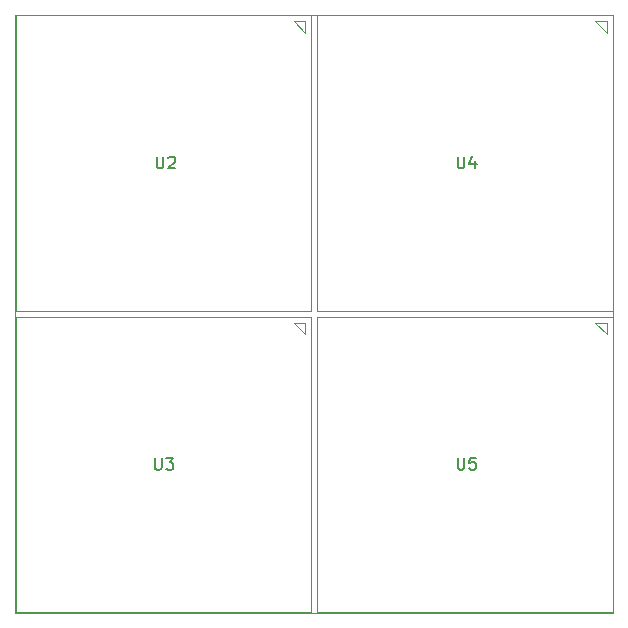
<source format=gbr>
%TF.GenerationSoftware,KiCad,Pcbnew,5.1.9-73d0e3b20d~88~ubuntu20.04.1*%
%TF.CreationDate,2021-02-23T08:17:13-05:00*%
%TF.ProjectId,SiPM_Board,5369504d-5f42-46f6-9172-642e6b696361,rev?*%
%TF.SameCoordinates,Original*%
%TF.FileFunction,Legend,Top*%
%TF.FilePolarity,Positive*%
%FSLAX46Y46*%
G04 Gerber Fmt 4.6, Leading zero omitted, Abs format (unit mm)*
G04 Created by KiCad (PCBNEW 5.1.9-73d0e3b20d~88~ubuntu20.04.1) date 2021-02-23 08:17:13*
%MOMM*%
%LPD*%
G01*
G04 APERTURE LIST*
%TA.AperFunction,Profile*%
%ADD10C,0.050000*%
%TD*%
%ADD11C,0.120000*%
%ADD12C,0.150000*%
G04 APERTURE END LIST*
D10*
X124680000Y-125320000D02*
X124680000Y-74680000D01*
X175320000Y-125320000D02*
X124680000Y-125320000D01*
X175320000Y-74680000D02*
X175320000Y-125320000D01*
X124680000Y-74680000D02*
X175320000Y-74680000D01*
D11*
%TO.C,U5*%
X174750000Y-101750000D02*
X174750000Y-100750000D01*
X173750000Y-100750000D02*
X174750000Y-101750000D01*
X174750000Y-100750000D02*
X173750000Y-100750000D01*
X150250000Y-100250000D02*
X150250000Y-125250000D01*
X150250000Y-125250000D02*
X175250000Y-125250000D01*
X175250000Y-125250000D02*
X175250000Y-100250000D01*
X175250000Y-100250000D02*
X150250000Y-100250000D01*
%TO.C,U3*%
X149250000Y-101750000D02*
X149250000Y-100750000D01*
X148250000Y-100750000D02*
X149250000Y-101750000D01*
X149250000Y-100750000D02*
X148250000Y-100750000D01*
X124750000Y-100250000D02*
X124750000Y-125250000D01*
X124750000Y-125250000D02*
X149750000Y-125250000D01*
X149750000Y-125250000D02*
X149750000Y-100250000D01*
X149750000Y-100250000D02*
X124750000Y-100250000D01*
%TO.C,U4*%
X175250000Y-74750000D02*
X150250000Y-74750000D01*
X175250000Y-99750000D02*
X175250000Y-74750000D01*
X150250000Y-99750000D02*
X175250000Y-99750000D01*
X150250000Y-74750000D02*
X150250000Y-99750000D01*
X174750000Y-75250000D02*
X173750000Y-75250000D01*
X173750000Y-75250000D02*
X174750000Y-76250000D01*
X174750000Y-76250000D02*
X174750000Y-75250000D01*
%TO.C,U2*%
X149250000Y-76250000D02*
X149250000Y-75250000D01*
X148250000Y-75250000D02*
X149250000Y-76250000D01*
X149250000Y-75250000D02*
X148250000Y-75250000D01*
X124750000Y-74750000D02*
X124750000Y-99750000D01*
X124750000Y-99750000D02*
X149750000Y-99750000D01*
X149750000Y-99750000D02*
X149750000Y-74750000D01*
X149750000Y-74750000D02*
X124750000Y-74750000D01*
%TD*%
%TO.C,U5*%
D12*
X162138095Y-112202380D02*
X162138095Y-113011904D01*
X162185714Y-113107142D01*
X162233333Y-113154761D01*
X162328571Y-113202380D01*
X162519047Y-113202380D01*
X162614285Y-113154761D01*
X162661904Y-113107142D01*
X162709523Y-113011904D01*
X162709523Y-112202380D01*
X163661904Y-112202380D02*
X163185714Y-112202380D01*
X163138095Y-112678571D01*
X163185714Y-112630952D01*
X163280952Y-112583333D01*
X163519047Y-112583333D01*
X163614285Y-112630952D01*
X163661904Y-112678571D01*
X163709523Y-112773809D01*
X163709523Y-113011904D01*
X163661904Y-113107142D01*
X163614285Y-113154761D01*
X163519047Y-113202380D01*
X163280952Y-113202380D01*
X163185714Y-113154761D01*
X163138095Y-113107142D01*
%TO.C,U3*%
X136503095Y-112207380D02*
X136503095Y-113016904D01*
X136550714Y-113112142D01*
X136598333Y-113159761D01*
X136693571Y-113207380D01*
X136884047Y-113207380D01*
X136979285Y-113159761D01*
X137026904Y-113112142D01*
X137074523Y-113016904D01*
X137074523Y-112207380D01*
X137455476Y-112207380D02*
X138074523Y-112207380D01*
X137741190Y-112588333D01*
X137884047Y-112588333D01*
X137979285Y-112635952D01*
X138026904Y-112683571D01*
X138074523Y-112778809D01*
X138074523Y-113016904D01*
X138026904Y-113112142D01*
X137979285Y-113159761D01*
X137884047Y-113207380D01*
X137598333Y-113207380D01*
X137503095Y-113159761D01*
X137455476Y-113112142D01*
%TO.C,U4*%
X162138095Y-86702380D02*
X162138095Y-87511904D01*
X162185714Y-87607142D01*
X162233333Y-87654761D01*
X162328571Y-87702380D01*
X162519047Y-87702380D01*
X162614285Y-87654761D01*
X162661904Y-87607142D01*
X162709523Y-87511904D01*
X162709523Y-86702380D01*
X163614285Y-87035714D02*
X163614285Y-87702380D01*
X163376190Y-86654761D02*
X163138095Y-87369047D01*
X163757142Y-87369047D01*
%TO.C,U2*%
X136638095Y-86702380D02*
X136638095Y-87511904D01*
X136685714Y-87607142D01*
X136733333Y-87654761D01*
X136828571Y-87702380D01*
X137019047Y-87702380D01*
X137114285Y-87654761D01*
X137161904Y-87607142D01*
X137209523Y-87511904D01*
X137209523Y-86702380D01*
X137638095Y-86797619D02*
X137685714Y-86750000D01*
X137780952Y-86702380D01*
X138019047Y-86702380D01*
X138114285Y-86750000D01*
X138161904Y-86797619D01*
X138209523Y-86892857D01*
X138209523Y-86988095D01*
X138161904Y-87130952D01*
X137590476Y-87702380D01*
X138209523Y-87702380D01*
%TD*%
M02*

</source>
